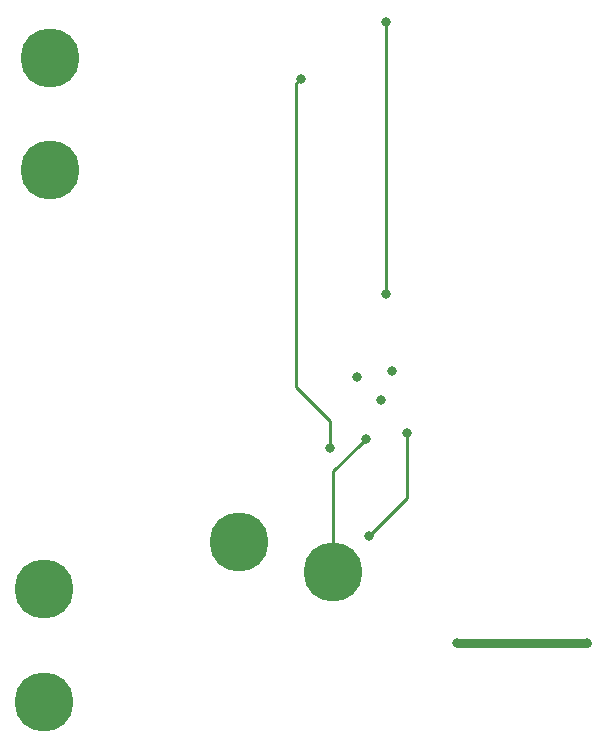
<source format=gbr>
G04 #@! TF.GenerationSoftware,KiCad,Pcbnew,(5.0.0)*
G04 #@! TF.CreationDate,2018-12-18T17:12:43+00:00*
G04 #@! TF.ProjectId,lm3150,6C6D333135302E6B696361645F706362,rev?*
G04 #@! TF.SameCoordinates,Original*
G04 #@! TF.FileFunction,Copper,L2,Bot,Signal*
G04 #@! TF.FilePolarity,Positive*
%FSLAX46Y46*%
G04 Gerber Fmt 4.6, Leading zero omitted, Abs format (unit mm)*
G04 Created by KiCad (PCBNEW (5.0.0)) date 12/18/18 17:12:43*
%MOMM*%
%LPD*%
G01*
G04 APERTURE LIST*
G04 #@! TA.AperFunction,ComponentPad*
%ADD10C,5.000000*%
G04 #@! TD*
G04 #@! TA.AperFunction,ViaPad*
%ADD11C,0.800000*%
G04 #@! TD*
G04 #@! TA.AperFunction,Conductor*
%ADD12C,0.250000*%
G04 #@! TD*
G04 #@! TA.AperFunction,Conductor*
%ADD13C,0.750000*%
G04 #@! TD*
G04 APERTURE END LIST*
D10*
G04 #@! TO.P,MH1,1*
G04 #@! TO.N,GND*
X100000000Y-51000000D03*
G04 #@! TD*
G04 #@! TO.P,MH2,1*
G04 #@! TO.N,+12V*
X100000000Y-41500000D03*
G04 #@! TD*
G04 #@! TO.P,MH3,1*
G04 #@! TO.N,GND*
X116000000Y-82500000D03*
G04 #@! TD*
G04 #@! TO.P,MH4,1*
G04 #@! TO.N,Net-(MH4-Pad1)*
X124000000Y-85000000D03*
G04 #@! TD*
G04 #@! TO.P,MH5,1*
G04 #@! TO.N,Net-(C6-Pad2)*
X99500000Y-96000000D03*
G04 #@! TD*
G04 #@! TO.P,MH6,1*
G04 #@! TO.N,GND*
X99500000Y-86500000D03*
G04 #@! TD*
D11*
G04 #@! TO.N,+12V*
X121250000Y-43250000D03*
X123750000Y-74500000D03*
G04 #@! TO.N,GND*
X129000000Y-68000000D03*
X128000000Y-70500000D03*
X126000000Y-68500000D03*
X126000000Y-68500000D03*
G04 #@! TO.N,Net-(C6-Pad2)*
X134500000Y-91000000D03*
X145500000Y-91000000D03*
G04 #@! TO.N,Net-(MH4-Pad1)*
X126775000Y-73750000D03*
G04 #@! TO.N,Net-(Q1-Pad4)*
X128500000Y-61500000D03*
X128500000Y-38500000D03*
G04 #@! TO.N,Net-(R1-Pad2)*
X130250000Y-73250000D03*
X127000000Y-82000000D03*
G04 #@! TD*
D12*
G04 #@! TO.N,+12V*
X120850001Y-43649999D02*
X120850001Y-69350001D01*
X121250000Y-43250000D02*
X120850001Y-43649999D01*
X120850001Y-69350001D02*
X123750000Y-72250000D01*
X123750000Y-72250000D02*
X123750000Y-74500000D01*
D13*
G04 #@! TO.N,Net-(C6-Pad2)*
X134500000Y-91000000D02*
X145500000Y-91000000D01*
D12*
G04 #@! TO.N,Net-(MH4-Pad1)*
X126375001Y-74149999D02*
X126350001Y-74149999D01*
X126775000Y-73750000D02*
X126375001Y-74149999D01*
X124000000Y-76500000D02*
X124000000Y-85000000D01*
X126350001Y-74149999D02*
X124000000Y-76500000D01*
G04 #@! TO.N,Net-(Q1-Pad4)*
X128500000Y-61500000D02*
X128500000Y-38500000D01*
G04 #@! TO.N,Net-(R1-Pad2)*
X130250000Y-73250000D02*
X130250000Y-77250000D01*
X130250000Y-77250000D02*
X130250000Y-78750000D01*
X130250000Y-78750000D02*
X127000000Y-82000000D01*
G04 #@! TD*
M02*

</source>
